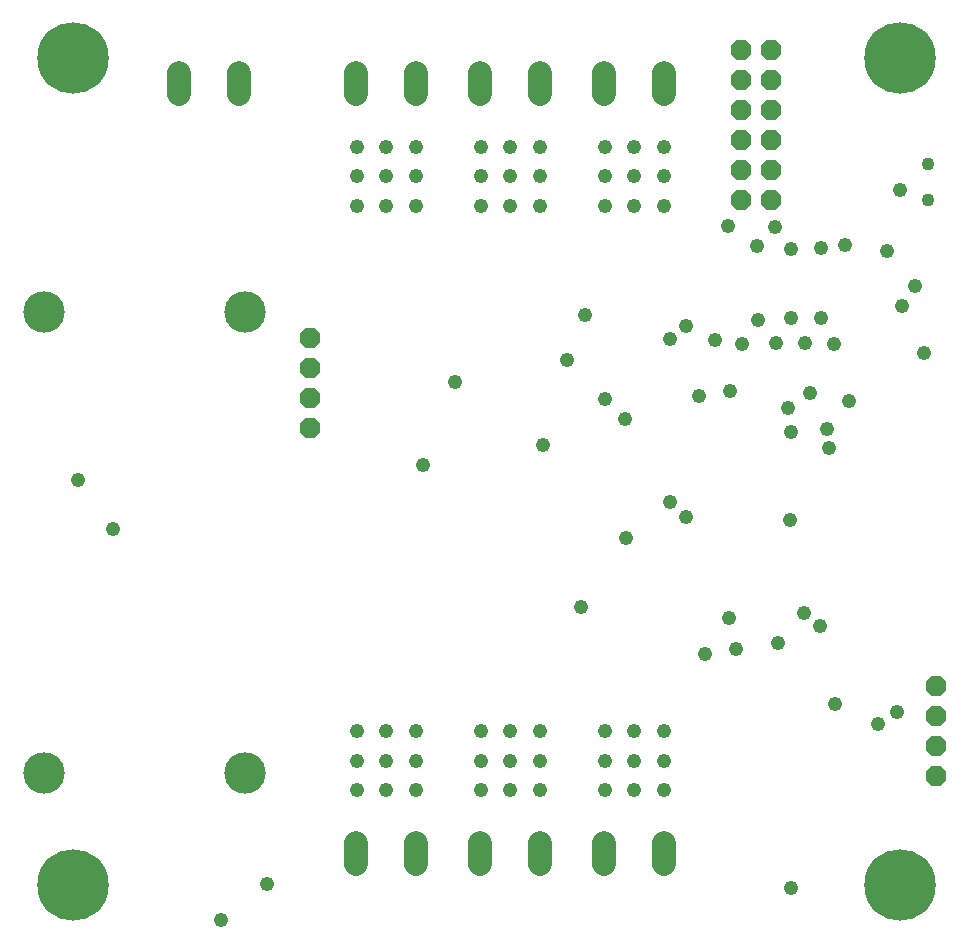
<source format=gbr>
G04 EAGLE Gerber RS-274X export*
G75*
%MOMM*%
%FSLAX34Y34*%
%LPD*%
%INSoldermask Bottom*%
%IPPOS*%
%AMOC8*
5,1,8,0,0,1.08239X$1,22.5*%
G01*
%ADD10C,6.045200*%
%ADD11C,1.993900*%
%ADD12C,3.505200*%
%ADD13P,1.869504X8X202.500000*%
%ADD14P,1.869504X8X22.500000*%
%ADD15C,1.103200*%
%ADD16P,1.869504X8X292.500000*%
%ADD17C,1.209600*%


D10*
X50000Y50000D03*
X50000Y750000D03*
X750000Y50000D03*
X750000Y750000D03*
D11*
X139600Y737604D02*
X139600Y719697D01*
X190400Y719697D02*
X190400Y737604D01*
D12*
X195000Y535000D03*
X25000Y535000D03*
X195000Y145000D03*
X25000Y145000D03*
D11*
X289600Y719697D02*
X289600Y737604D01*
X340400Y737604D02*
X340400Y719697D01*
X394600Y719697D02*
X394600Y737604D01*
X445400Y737604D02*
X445400Y719697D01*
X499600Y719697D02*
X499600Y737604D01*
X550400Y737604D02*
X550400Y719697D01*
X340400Y85304D02*
X340400Y67397D01*
X289600Y67397D02*
X289600Y85304D01*
X445400Y85304D02*
X445400Y67397D01*
X394600Y67397D02*
X394600Y85304D01*
X550400Y85304D02*
X550400Y67397D01*
X499600Y67397D02*
X499600Y85304D01*
D13*
X250000Y436900D03*
X250000Y462300D03*
X250000Y487700D03*
X250000Y513100D03*
D14*
X780000Y218100D03*
X780000Y192700D03*
X780000Y167300D03*
X780000Y141900D03*
D15*
X774000Y630000D03*
X774000Y660000D03*
D16*
X615300Y756500D03*
X640700Y756500D03*
X615300Y731100D03*
X640700Y731100D03*
X615300Y705700D03*
X640700Y705700D03*
X615300Y680300D03*
X640700Y680300D03*
X615300Y654900D03*
X640700Y654900D03*
X615300Y629500D03*
X640700Y629500D03*
D17*
X750000Y638000D03*
X695000Y203000D03*
X770000Y500000D03*
X555000Y512000D03*
X728000Y50000D03*
X734419Y65508D03*
X749924Y71936D03*
X765432Y65517D03*
X771860Y50012D03*
X765441Y34503D03*
X749936Y28076D03*
X734427Y34495D03*
X28000Y50000D03*
X34419Y65508D03*
X49924Y71936D03*
X65432Y65517D03*
X71860Y50012D03*
X65441Y34503D03*
X49936Y28076D03*
X34427Y34495D03*
X28000Y750000D03*
X34419Y765508D03*
X49924Y771936D03*
X65432Y765517D03*
X71860Y750012D03*
X65441Y734503D03*
X49936Y728076D03*
X34427Y734495D03*
X728000Y750000D03*
X734419Y765508D03*
X749924Y771936D03*
X765432Y765517D03*
X771860Y750012D03*
X765441Y734503D03*
X749936Y728076D03*
X734427Y734495D03*
X752000Y540000D03*
X658000Y47000D03*
X214000Y51000D03*
X747000Y196000D03*
X707000Y460000D03*
X763000Y557000D03*
X54000Y393000D03*
X84000Y351000D03*
X694000Y508000D03*
X703000Y592000D03*
X683000Y589000D03*
X682985Y530000D03*
X669200Y509000D03*
X658000Y588000D03*
X657500Y529515D03*
X644000Y607000D03*
X644704Y508904D03*
X629000Y591000D03*
X630000Y528000D03*
X616500Y507500D03*
X604000Y608000D03*
X555000Y374000D03*
X611000Y250000D03*
X731000Y186000D03*
X688000Y436000D03*
X517000Y444000D03*
X655000Y454000D03*
X605000Y276000D03*
X569000Y361000D03*
X518000Y344000D03*
X658000Y433000D03*
X739000Y587000D03*
X669000Y280000D03*
X682000Y269000D03*
X346000Y405000D03*
X657000Y359000D03*
X290000Y675000D03*
X340000Y675000D03*
X315000Y675000D03*
X290000Y650000D03*
X290000Y625000D03*
X315000Y625000D03*
X340000Y625000D03*
X340000Y650000D03*
X315000Y650000D03*
X175000Y20000D03*
X647000Y255000D03*
X690000Y420000D03*
X448000Y422000D03*
X483000Y532000D03*
X569000Y523000D03*
X674000Y466000D03*
X373000Y476000D03*
X606000Y468000D03*
X593000Y511000D03*
X468000Y494000D03*
X480000Y285000D03*
X585000Y245000D03*
X580000Y464000D03*
X500000Y461000D03*
X395000Y675000D03*
X445000Y675000D03*
X420000Y675000D03*
X395000Y650000D03*
X395000Y625000D03*
X420000Y625000D03*
X445000Y625000D03*
X445000Y650000D03*
X420000Y650000D03*
X500000Y675000D03*
X550000Y675000D03*
X525000Y675000D03*
X500000Y650000D03*
X500000Y625000D03*
X525000Y625000D03*
X550000Y625000D03*
X550000Y650000D03*
X525000Y650000D03*
X290000Y180000D03*
X340000Y180000D03*
X315000Y180000D03*
X290000Y155000D03*
X290000Y130000D03*
X315000Y130000D03*
X340000Y130000D03*
X340000Y155000D03*
X315000Y155000D03*
X395000Y180000D03*
X445000Y180000D03*
X420000Y180000D03*
X395000Y155000D03*
X395000Y130000D03*
X420000Y130000D03*
X445000Y130000D03*
X445000Y155000D03*
X420000Y155000D03*
X500000Y180000D03*
X550000Y180000D03*
X525000Y180000D03*
X500000Y155000D03*
X500000Y130000D03*
X525000Y130000D03*
X550000Y130000D03*
X550000Y155000D03*
X525000Y155000D03*
M02*

</source>
